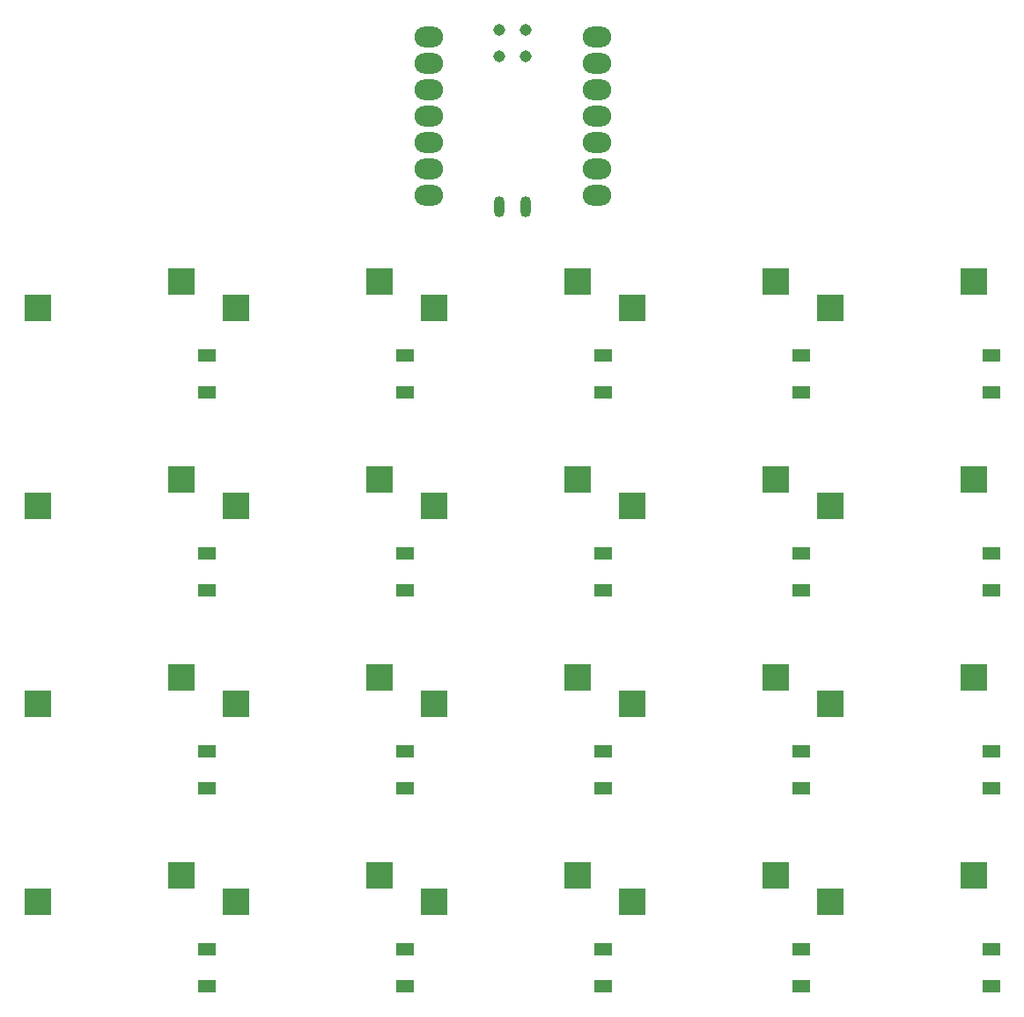
<source format=gbr>
%TF.GenerationSoftware,KiCad,Pcbnew,(6.0.4-0)*%
%TF.CreationDate,2022-07-25T20:49:22-05:00*%
%TF.ProjectId,beyblock20,62657962-6c6f-4636-9b32-302e6b696361,rev?*%
%TF.SameCoordinates,Original*%
%TF.FileFunction,Paste,Bot*%
%TF.FilePolarity,Positive*%
%FSLAX46Y46*%
G04 Gerber Fmt 4.6, Leading zero omitted, Abs format (unit mm)*
G04 Created by KiCad (PCBNEW (6.0.4-0)) date 2022-07-25 20:49:22*
%MOMM*%
%LPD*%
G01*
G04 APERTURE LIST*
%ADD10R,2.550000X2.500000*%
%ADD11R,1.700000X1.300000*%
%ADD12O,2.748280X1.998980*%
%ADD13O,1.016000X2.032000*%
%ADD14C,1.143000*%
G04 APERTURE END LIST*
D10*
%TO.C,SW19*%
X102333750Y-103807500D03*
X88483750Y-106347500D03*
%TD*%
%TO.C,SW12*%
X140433750Y-84757500D03*
X126583750Y-87297500D03*
%TD*%
%TO.C,SW11*%
X159483750Y-84757500D03*
X145633750Y-87297500D03*
%TD*%
%TO.C,SW4*%
X102333750Y-46657500D03*
X88483750Y-49197500D03*
%TD*%
%TO.C,SW5*%
X83283750Y-46657500D03*
X69433750Y-49197500D03*
%TD*%
%TO.C,SW7*%
X140433750Y-65707500D03*
X126583750Y-68247500D03*
%TD*%
%TO.C,SW14*%
X102333750Y-84757500D03*
X88483750Y-87297500D03*
%TD*%
%TO.C,SW9*%
X102333750Y-65707500D03*
X88483750Y-68247500D03*
%TD*%
%TO.C,SW17*%
X140433750Y-103807500D03*
X126583750Y-106347500D03*
%TD*%
%TO.C,SW2*%
X140433750Y-46657500D03*
X126583750Y-49197500D03*
%TD*%
%TO.C,SW6*%
X159483750Y-65707500D03*
X145633750Y-68247500D03*
%TD*%
%TO.C,SW16*%
X159483750Y-103807500D03*
X145633750Y-106347500D03*
%TD*%
%TO.C,SW13*%
X121383750Y-84757500D03*
X107533750Y-87297500D03*
%TD*%
%TO.C,SW3*%
X121383750Y-46657500D03*
X107533750Y-49197500D03*
%TD*%
%TO.C,SW10*%
X83283750Y-65707500D03*
X69433750Y-68247500D03*
%TD*%
%TO.C,SW1*%
X159483750Y-46657500D03*
X145633750Y-49197500D03*
%TD*%
%TO.C,SW18*%
X121383750Y-103807500D03*
X107533750Y-106347500D03*
%TD*%
%TO.C,SW15*%
X83283750Y-84757500D03*
X69433750Y-87297500D03*
%TD*%
%TO.C,SW8*%
X121383750Y-65707500D03*
X107533750Y-68247500D03*
%TD*%
%TO.C,SW20*%
X83283750Y-103807500D03*
X69433750Y-106347500D03*
%TD*%
D11*
%TO.C,D11*%
X161131250Y-95412500D03*
X161131250Y-91912500D03*
%TD*%
%TO.C,D20*%
X85725000Y-114462500D03*
X85725000Y-110962500D03*
%TD*%
%TO.C,D4*%
X104775000Y-57312500D03*
X104775000Y-53812500D03*
%TD*%
%TO.C,D14*%
X104775000Y-95412500D03*
X104775000Y-91912500D03*
%TD*%
%TO.C,D10*%
X85725000Y-76362500D03*
X85725000Y-72862500D03*
%TD*%
%TO.C,D3*%
X123825000Y-57312500D03*
X123825000Y-53812500D03*
%TD*%
%TO.C,D13*%
X123825000Y-95412500D03*
X123825000Y-91912500D03*
%TD*%
%TO.C,D16*%
X161131250Y-114462500D03*
X161131250Y-110962500D03*
%TD*%
%TO.C,D18*%
X123825000Y-114462500D03*
X123825000Y-110962500D03*
%TD*%
%TO.C,D5*%
X85725000Y-57312500D03*
X85725000Y-53812500D03*
%TD*%
D12*
%TO.C,U1*%
X123220040Y-23157180D03*
X123220040Y-25697180D03*
X123220040Y-28237180D03*
X123220040Y-30777180D03*
X123220040Y-33317180D03*
X123220040Y-35857180D03*
X123220040Y-38397180D03*
X107055480Y-38397180D03*
X107055480Y-35857180D03*
X107055480Y-33317180D03*
X107055480Y-30777180D03*
X107055480Y-28237180D03*
X107055480Y-25697180D03*
X107055480Y-23157180D03*
D13*
X116353160Y-39475000D03*
X113803160Y-39475000D03*
D14*
X116354357Y-22470813D03*
X113814357Y-22470813D03*
X116354357Y-25010813D03*
X113814357Y-25010813D03*
%TD*%
D11*
%TO.C,D7*%
X142875000Y-76362500D03*
X142875000Y-72862500D03*
%TD*%
%TO.C,D2*%
X142875000Y-57312500D03*
X142875000Y-53812500D03*
%TD*%
%TO.C,D6*%
X161131250Y-76362500D03*
X161131250Y-72862500D03*
%TD*%
%TO.C,D15*%
X85725000Y-95412500D03*
X85725000Y-91912500D03*
%TD*%
%TO.C,D9*%
X104775000Y-76362500D03*
X104775000Y-72862500D03*
%TD*%
%TO.C,D8*%
X123825000Y-76362500D03*
X123825000Y-72862500D03*
%TD*%
%TO.C,D12*%
X142875000Y-95412500D03*
X142875000Y-91912500D03*
%TD*%
%TO.C,D17*%
X142875000Y-114462500D03*
X142875000Y-110962500D03*
%TD*%
%TO.C,D19*%
X104775000Y-114462500D03*
X104775000Y-110962500D03*
%TD*%
%TO.C,D1*%
X161131250Y-57312500D03*
X161131250Y-53812500D03*
%TD*%
M02*

</source>
